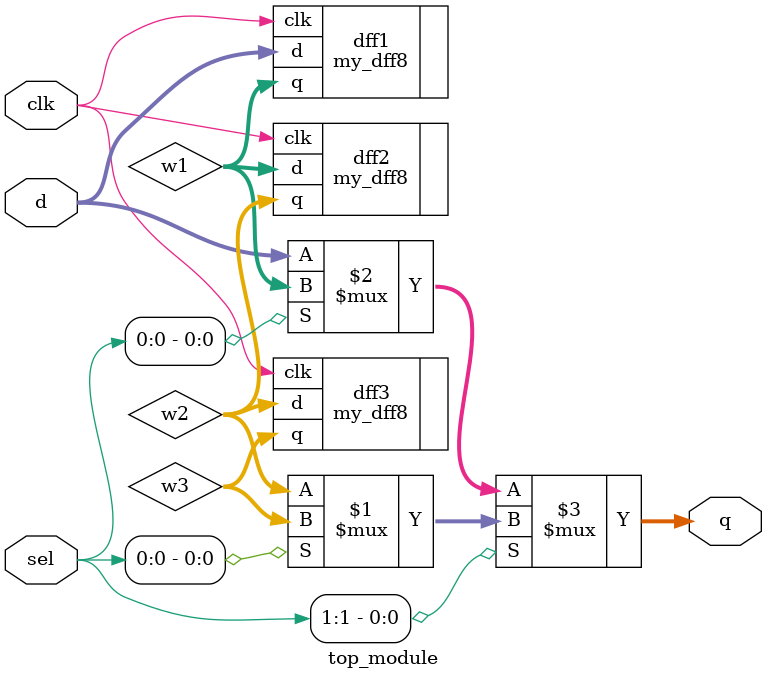
<source format=v>
module top_module ( 
    input clk, 
    input [7:0] d, 
    input [1:0] sel, 
    output [7:0] q 
);
    wire [7:0]w1,w2,w3;
    my_dff8 dff1(.clk(clk),.d(d),.q(w1));
    my_dff8 dff2(.clk(clk),.d(w1),.q(w2));
    my_dff8 dff3(.clk(clk),.d(w2),.q(w3));
    
    
    assign q = sel[1] ? (sel[0] ? w3 : w2) : (sel[0] ? w1 : d);


endmodule

</source>
